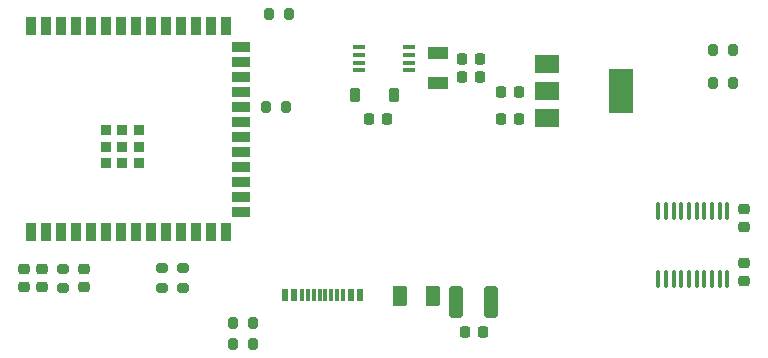
<source format=gtp>
%TF.GenerationSoftware,KiCad,Pcbnew,(7.0.0)*%
%TF.CreationDate,2023-08-29T20:45:16+09:00*%
%TF.ProjectId,IN-16_Nixie_Clock,494e2d31-365f-44e6-9978-69655f436c6f,rev?*%
%TF.SameCoordinates,Original*%
%TF.FileFunction,Paste,Top*%
%TF.FilePolarity,Positive*%
%FSLAX46Y46*%
G04 Gerber Fmt 4.6, Leading zero omitted, Abs format (unit mm)*
G04 Created by KiCad (PCBNEW (7.0.0)) date 2023-08-29 20:45:16*
%MOMM*%
%LPD*%
G01*
G04 APERTURE LIST*
G04 Aperture macros list*
%AMRoundRect*
0 Rectangle with rounded corners*
0 $1 Rounding radius*
0 $2 $3 $4 $5 $6 $7 $8 $9 X,Y pos of 4 corners*
0 Add a 4 corners polygon primitive as box body*
4,1,4,$2,$3,$4,$5,$6,$7,$8,$9,$2,$3,0*
0 Add four circle primitives for the rounded corners*
1,1,$1+$1,$2,$3*
1,1,$1+$1,$4,$5*
1,1,$1+$1,$6,$7*
1,1,$1+$1,$8,$9*
0 Add four rect primitives between the rounded corners*
20,1,$1+$1,$2,$3,$4,$5,0*
20,1,$1+$1,$4,$5,$6,$7,0*
20,1,$1+$1,$6,$7,$8,$9,0*
20,1,$1+$1,$8,$9,$2,$3,0*%
G04 Aperture macros list end*
%ADD10RoundRect,0.225000X0.225000X0.375000X-0.225000X0.375000X-0.225000X-0.375000X0.225000X-0.375000X0*%
%ADD11RoundRect,0.225000X-0.250000X0.225000X-0.250000X-0.225000X0.250000X-0.225000X0.250000X0.225000X0*%
%ADD12RoundRect,0.225000X0.225000X0.250000X-0.225000X0.250000X-0.225000X-0.250000X0.225000X-0.250000X0*%
%ADD13RoundRect,0.100000X-0.100000X0.637500X-0.100000X-0.637500X0.100000X-0.637500X0.100000X0.637500X0*%
%ADD14RoundRect,0.200000X-0.275000X0.200000X-0.275000X-0.200000X0.275000X-0.200000X0.275000X0.200000X0*%
%ADD15RoundRect,0.225000X0.250000X-0.225000X0.250000X0.225000X-0.250000X0.225000X-0.250000X-0.225000X0*%
%ADD16RoundRect,0.200000X-0.200000X-0.275000X0.200000X-0.275000X0.200000X0.275000X-0.200000X0.275000X0*%
%ADD17R,0.600000X1.140000*%
%ADD18R,0.300000X1.140000*%
%ADD19R,1.800000X1.000000*%
%ADD20RoundRect,0.225000X-0.225000X-0.250000X0.225000X-0.250000X0.225000X0.250000X-0.225000X0.250000X0*%
%ADD21RoundRect,0.250000X0.375000X0.625000X-0.375000X0.625000X-0.375000X-0.625000X0.375000X-0.625000X0*%
%ADD22R,0.900000X1.500000*%
%ADD23R,1.500000X0.900000*%
%ADD24R,0.900000X0.900000*%
%ADD25R,1.100000X0.400000*%
%ADD26RoundRect,0.250000X-0.325000X-1.100000X0.325000X-1.100000X0.325000X1.100000X-0.325000X1.100000X0*%
%ADD27RoundRect,0.200000X0.275000X-0.200000X0.275000X0.200000X-0.275000X0.200000X-0.275000X-0.200000X0*%
%ADD28R,2.000000X1.500000*%
%ADD29R,2.000000X3.800000*%
G04 APERTURE END LIST*
D10*
%TO.C,D4*%
X93090000Y-91694000D03*
X89790000Y-91694000D03*
%TD*%
D11*
%TO.C,C2*%
X61722000Y-106400000D03*
X61722000Y-107950000D03*
%TD*%
%TO.C,C1*%
X63246000Y-106413000D03*
X63246000Y-107963000D03*
%TD*%
D12*
%TO.C,C4*%
X103645000Y-91440000D03*
X102095000Y-91440000D03*
%TD*%
D13*
%TO.C,U4*%
X121289000Y-101531500D03*
X120639000Y-101531500D03*
X119989000Y-101531500D03*
X119339000Y-101531500D03*
X118689000Y-101531500D03*
X118039000Y-101531500D03*
X117389000Y-101531500D03*
X116739000Y-101531500D03*
X116089000Y-101531500D03*
X115439000Y-101531500D03*
X115439000Y-107256500D03*
X116089000Y-107256500D03*
X116739000Y-107256500D03*
X117389000Y-107256500D03*
X118039000Y-107256500D03*
X118689000Y-107256500D03*
X119339000Y-107256500D03*
X119989000Y-107256500D03*
X120639000Y-107256500D03*
X121289000Y-107256500D03*
%TD*%
D14*
%TO.C,R24*%
X75184000Y-106363000D03*
X75184000Y-108013000D03*
%TD*%
D11*
%TO.C,C9*%
X122682000Y-105918000D03*
X122682000Y-107468000D03*
%TD*%
D15*
%TO.C,C7*%
X122682000Y-102883000D03*
X122682000Y-101333000D03*
%TD*%
D16*
%TO.C,R8*%
X120079000Y-90678000D03*
X121729000Y-90678000D03*
%TD*%
D17*
%TO.C,J5*%
X83799999Y-108649999D03*
X84599999Y-108649999D03*
D18*
X85749999Y-108649999D03*
X86749999Y-108649999D03*
X87249999Y-108649999D03*
X88249999Y-108649999D03*
D17*
X90199999Y-108649999D03*
X89399999Y-108649999D03*
D18*
X88749999Y-108649999D03*
X87749999Y-108649999D03*
X86249999Y-108649999D03*
X85249999Y-108649999D03*
%TD*%
D19*
%TO.C,Y1*%
X96760999Y-90657999D03*
X96760999Y-88157999D03*
%TD*%
D20*
%TO.C,C13*%
X100330000Y-90170000D03*
X98780000Y-90170000D03*
%TD*%
D11*
%TO.C,C3*%
X66802000Y-106426000D03*
X66802000Y-107976000D03*
%TD*%
D16*
%TO.C,R20*%
X82487000Y-84836000D03*
X84137000Y-84836000D03*
%TD*%
D20*
%TO.C,C15*%
X92469000Y-93726000D03*
X90919000Y-93726000D03*
%TD*%
D21*
%TO.C,F1*%
X96396000Y-108712000D03*
X93596000Y-108712000D03*
%TD*%
D20*
%TO.C,C14*%
X98780000Y-88646000D03*
X100330000Y-88646000D03*
%TD*%
D22*
%TO.C,U8*%
X62339999Y-103344999D03*
X63609999Y-103344999D03*
X64879999Y-103344999D03*
X66149999Y-103344999D03*
X67419999Y-103344999D03*
X68689999Y-103344999D03*
X69959999Y-103344999D03*
X71229999Y-103344999D03*
X72499999Y-103344999D03*
X73769999Y-103344999D03*
X75039999Y-103344999D03*
X76309999Y-103344999D03*
X77579999Y-103344999D03*
X78849999Y-103344999D03*
D23*
X80099999Y-101579999D03*
X80099999Y-100309999D03*
X80099999Y-99039999D03*
X80099999Y-97769999D03*
X80099999Y-96499999D03*
X80099999Y-95229999D03*
X80099999Y-93959999D03*
X80099999Y-92689999D03*
X80099999Y-91419999D03*
X80099999Y-90149999D03*
X80099999Y-88879999D03*
X80099999Y-87609999D03*
D22*
X78849999Y-85844999D03*
X77579999Y-85844999D03*
X76309999Y-85844999D03*
X75039999Y-85844999D03*
X73769999Y-85844999D03*
X72499999Y-85844999D03*
X71229999Y-85844999D03*
X69959999Y-85844999D03*
X68689999Y-85844999D03*
X67419999Y-85844999D03*
X66149999Y-85844999D03*
X64879999Y-85844999D03*
X63609999Y-85844999D03*
X62339999Y-85844999D03*
D24*
X68659999Y-97494999D03*
X70059999Y-97494999D03*
X71459999Y-97494999D03*
X71459999Y-97494999D03*
X68659999Y-96094999D03*
X68659999Y-96094999D03*
X70059999Y-96094999D03*
X71459999Y-96094999D03*
X68659999Y-94694999D03*
X70059999Y-94694999D03*
X71459999Y-94694999D03*
%TD*%
D16*
%TO.C,R18*%
X79439000Y-111028000D03*
X81089000Y-111028000D03*
%TD*%
D25*
%TO.C,U7*%
X90051999Y-89620999D03*
X90051999Y-88970999D03*
X90051999Y-88320999D03*
X90051999Y-87670999D03*
X94351999Y-87670999D03*
X94351999Y-88320999D03*
X94351999Y-88970999D03*
X94351999Y-89620999D03*
%TD*%
D16*
%TO.C,R7*%
X120079000Y-87884000D03*
X121729000Y-87884000D03*
%TD*%
%TO.C,R19*%
X79439000Y-112776000D03*
X81089000Y-112776000D03*
%TD*%
D14*
%TO.C,R23*%
X73406000Y-106363000D03*
X73406000Y-108013000D03*
%TD*%
D12*
%TO.C,C12*%
X103645000Y-93726000D03*
X102095000Y-93726000D03*
%TD*%
D20*
%TO.C,C6*%
X99047000Y-111760000D03*
X100597000Y-111760000D03*
%TD*%
D26*
%TO.C,C5*%
X98347000Y-109220000D03*
X101297000Y-109220000D03*
%TD*%
D27*
%TO.C,R21*%
X65024000Y-108076000D03*
X65024000Y-106426000D03*
%TD*%
D16*
%TO.C,R22*%
X82233000Y-92710000D03*
X83883000Y-92710000D03*
%TD*%
D28*
%TO.C,U2*%
X105998999Y-89088999D03*
X105998999Y-91388999D03*
D29*
X112298999Y-91388999D03*
D28*
X105998999Y-93688999D03*
%TD*%
M02*

</source>
